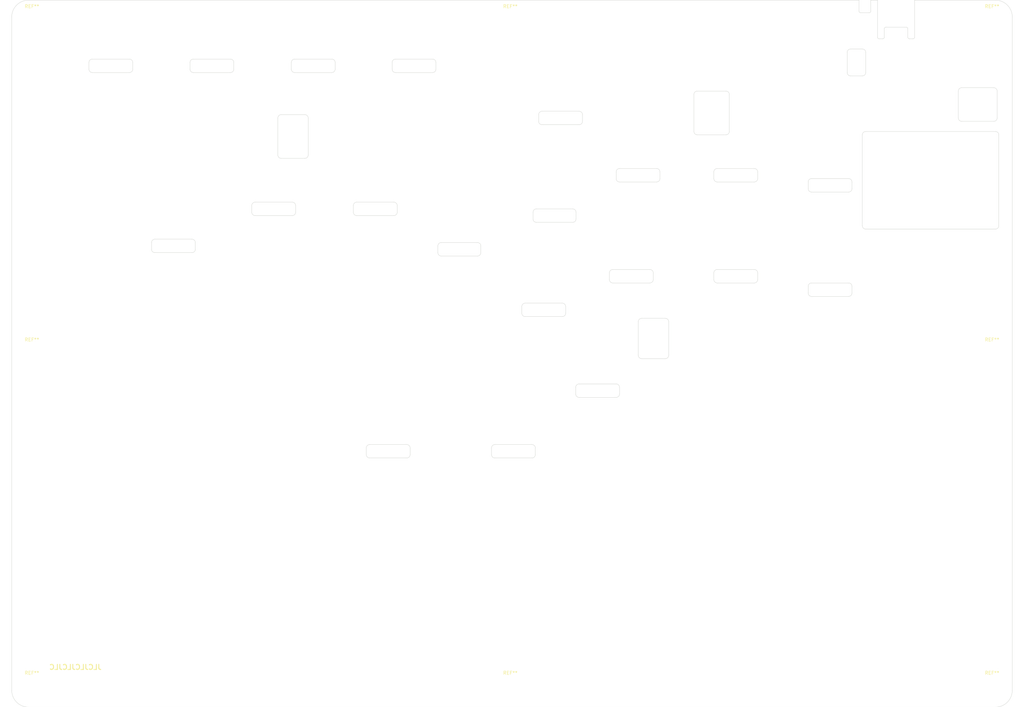
<source format=kicad_pcb>
(kicad_pcb (version 20241229) (generator "pcbnew") (generator_version "9.0")
  (layers (0 "F.Cu" signal) (2 "B.Cu" signal) (13 "F.Paste" user) (15 "B.Paste" user) (5 "F.SilkS" user "F.Silkscreen") (7 "B.SilkS" user "B.Silkscreen") (1 "F.Mask" user) (3 "B.Mask" user) (25 "Edge.Cuts" user))
  (net 0 "")
  (footprint "MountingHole:MountingHole_3.2mm_M3" (layer "F.Cu") (at 56 234)
    (property "Reference" "REF**" (at 0 -4.15 0) (layer "F.SilkS"))
    (property "Value" "MountingHole_3.2mm_M3")
    (pad "" np_thru_hole circle (at 0 0) (size 3.2 3.2) (drill 3.2) (layers "*.Cu" "*.Mask"))
  )
  (footprint "MountingHole:MountingHole_3.2mm_M3" (layer "F.Cu") (at 198 36)
    (property "Reference" "REF**" (at 0 -4.15 0) (layer "F.SilkS"))
    (property "Value" "MountingHole_3.2mm_M3")
    (pad "" np_thru_hole circle (at 0 0) (size 3.2 3.2) (drill 3.2) (layers "*.Cu" "*.Mask"))
  )
  (footprint "MountingHole:MountingHole_3.2mm_M3" (layer "F.Cu") (at 56 36)
    (property "Reference" "REF**" (at 0 -4.15 0) (layer "F.SilkS"))
    (property "Value" "MountingHole_3.2mm_M3")
    (pad "" np_thru_hole circle (at 0 0) (size 3.2 3.2) (drill 3.2) (layers "*.Cu" "*.Mask"))
  )
  (footprint "MountingHole:MountingHole_3.2mm_M3" (layer "F.Cu") (at 56 135)
    (property "Reference" "REF**" (at 0 -4.15 0) (layer "F.SilkS"))
    (property "Value" "MountingHole_3.2mm_M3")
    (pad "" np_thru_hole circle (at 0 0) (size 3.2 3.2) (drill 3.2) (layers "*.Cu" "*.Mask"))
  )
  (footprint "MountingHole:MountingHole_3.2mm_M3" (layer "F.Cu") (at 198 234)
    (property "Reference" "REF**" (at 0 -4.15 0) (layer "F.SilkS"))
    (property "Value" "MountingHole_3.2mm_M3")
    (pad "" np_thru_hole circle (at 0 0) (size 3.2 3.2) (drill 3.2) (layers "*.Cu" "*.Mask"))
  )
  (footprint "MountingHole:MountingHole_3.2mm_M3" (layer "F.Cu") (at 341 36)
    (property "Reference" "REF**" (at 0 -4.15 0) (layer "F.SilkS"))
    (property "Value" "MountingHole_3.2mm_M3")
    (pad "" np_thru_hole circle (at 0 0) (size 3.2 3.2) (drill 3.2) (layers "*.Cu" "*.Mask"))
  )
  (footprint "MountingHole:MountingHole_3.2mm_M3" (layer "F.Cu") (at 341 234)
    (property "Reference" "REF**" (at 0 -4.15 0) (layer "F.SilkS"))
    (property "Value" "MountingHole_3.2mm_M3")
    (pad "" np_thru_hole circle (at 0 0) (size 3.2 3.2) (drill 3.2) (layers "*.Cu" "*.Mask"))
  )
  (footprint "MountingHole:MountingHole_3.2mm_M3" (layer "F.Cu") (at 341 135)
    (property "Reference" "REF**" (at 0 -4.15 0) (layer "F.SilkS"))
    (property "Value" "MountingHole_3.2mm_M3")
    (pad "" np_thru_hole circle (at 0 0) (size 3.2 3.2) (drill 3.2) (layers "*.Cu" "*.Mask"))
  )
  (gr_arc (start 229.42 144) (mid 230.127107 144.292893) (end 230.42 145) (stroke (width 0.1)) (layer "Edge.Cuts"))
  (gr_line (start 301.5 30) (end 55 30) (stroke (width 0.1)) (layer "Edge.Cuts"))
  (gr_line (start 130 64) (end 137 64) (stroke (width 0.1)) (layer "Edge.Cuts"))
  (gr_line (start 214.42 121) (end 214.42 123) (stroke (width 0.1)) (layer "Edge.Cuts"))
  (gr_line (start 103.5 105) (end 92.5 105) (stroke (width 0.1)) (layer "Edge.Cuts"))
  (gr_arc (start 162.92 48.5) (mid 163.212893 47.792893) (end 163.92 47.5) (stroke (width 0.1)) (layer "Edge.Cuts"))
  (gr_arc (start 230.42 84) (mid 229.712893 83.707107) (end 229.42 83) (stroke (width 0.1)) (layer "Edge.Cuts"))
  (gr_line (start 167.26 166) (end 156.26 166) (stroke (width 0.1)) (layer "Edge.Cuts"))
  (gr_arc (start 217.5 95) (mid 217.207107 95.707107) (end 216.5 96) (stroke (width 0.1)) (layer "Edge.Cuts"))
  (gr_line (start 331 65) (end 331 57) (stroke (width 0.1)) (layer "Edge.Cuts"))
  (gr_arc (start 104.5 104) (mid 104.207107 104.707107) (end 103.5 105) (stroke (width 0.1)) (layer "Edge.Cuts"))
  (gr_arc (start 259.42 84) (mid 258.712893 83.707107) (end 258.42 83) (stroke (width 0.1)) (layer "Edge.Cuts"))
  (gr_line (start 204.42 166) (end 193.42 166) (stroke (width 0.1)) (layer "Edge.Cuts"))
  (gr_arc (start 130 77) (mid 129.292893 76.707107) (end 129 76) (stroke (width 0.1)) (layer "Edge.Cuts"))
  (gr_arc (start 252.5 58) (mid 252.792893 57.292893) (end 253.5 57) (stroke (width 0.1)) (layer "Edge.Cuts"))
  (gr_line (start 227.42 113) (end 227.42 111) (stroke (width 0.1)) (layer "Edge.Cuts"))
  (gr_line (start 91.5 104) (end 91.5 102) (stroke (width 0.1)) (layer "Edge.Cuts"))
  (gr_arc (start 227.42 111) (mid 227.712893 110.292893) (end 228.42 110) (stroke (width 0.1)) (layer "Edge.Cuts"))
  (gr_arc (start 152.42 94) (mid 151.712893 93.707107) (end 151.42 93) (stroke (width 0.1)) (layer "Edge.Cuts"))
  (gr_line (start 137 77) (end 130 77) (stroke (width 0.1)) (layer "Edge.Cuts"))
  (gr_arc (start 258.42 81) (mid 258.712893 80.292893) (end 259.42 80) (stroke (width 0.1)) (layer "Edge.Cuts"))
  (gr_line (start 84.92 51.5) (end 73.92 51.5) (stroke (width 0.1)) (layer "Edge.Cuts"))
  (gr_line (start 218.42 144) (end 229.42 144) (stroke (width 0.1)) (layer "Edge.Cuts"))
  (gr_arc (start 133 48.5) (mid 133.292893 47.792893) (end 134 47.5) (stroke (width 0.1)) (layer "Edge.Cuts"))
  (gr_line (start 174.92 51.5) (end 163.92 51.5) (stroke (width 0.1)) (layer "Edge.Cuts"))
  (gr_arc (start 205.75 96) (mid 205.042893 95.707107) (end 204.75 95) (stroke (width 0.1)) (layer "Edge.Cuts"))
  (gr_arc (start 271.42 113) (mid 271.127107 113.707107) (end 270.42 114) (stroke (width 0.1)) (layer "Edge.Cuts"))
  (gr_arc (start 332 66) (mid 331.292893 65.707107) (end 331 65) (stroke (width 0.1)) (layer "Edge.Cuts"))
  (gr_arc (start 228.42 114) (mid 227.712893 113.707107) (end 227.42 113) (stroke (width 0.1)) (layer "Edge.Cuts"))
  (gr_arc (start 229.42 81) (mid 229.712893 80.292893) (end 230.42 80) (stroke (width 0.1)) (layer "Edge.Cuts"))
  (gr_line (start 342 30) (end 318 30) (stroke (width 0.1)) (layer "Edge.Cuts"))
  (gr_arc (start 302 33.75) (mid 301.646447 33.603553) (end 301.5 33.25) (stroke (width 0.1)) (layer "Edge.Cuts"))
  (gr_arc (start 342 69) (mid 342.707107 69.292893) (end 343 70) (stroke (width 0.1)) (layer "Edge.Cuts"))
  (gr_line (start 138 65) (end 138 76) (stroke (width 0.1)) (layer "Edge.Cuts"))
  (gr_line (start 307 41) (end 307 30) (stroke (width 0.1)) (layer "Edge.Cuts"))
  (gr_line (start 201.42 123) (end 201.42 121) (stroke (width 0.1)) (layer "Edge.Cuts"))
  (gr_arc (start 341.5 56) (mid 342.207107 56.292893) (end 342.5 57) (stroke (width 0.1)) (layer "Edge.Cuts"))
  (gr_arc (start 73.92 51.5) (mid 73.212893 51.207107) (end 72.92 50.5) (stroke (width 0.1)) (layer "Edge.Cuts"))
  (gr_arc (start 176.5 103) (mid 176.792893 102.292893) (end 177.5 102) (stroke (width 0.1)) (layer "Edge.Cuts"))
  (gr_line (start 342 240) (end 55 240) (stroke (width 0.1)) (layer "Edge.Cuts"))
  (gr_arc (start 134 51.5) (mid 133.292893 51.207107) (end 133 50.5) (stroke (width 0.1)) (layer "Edge.Cuts"))
  (gr_line (start 347 235) (end 347 35) (stroke (width 0.1)) (layer "Edge.Cuts"))
  (gr_arc (start 103.92 51.5) (mid 103.212893 51.207107) (end 102.92 50.5) (stroke (width 0.1)) (layer "Edge.Cuts"))
  (gr_line (start 134 47.5) (end 145 47.5) (stroke (width 0.1)) (layer "Edge.Cuts"))
  (gr_line (start 114.92 51.5) (end 103.92 51.5) (stroke (width 0.1)) (layer "Edge.Cuts"))
  (gr_arc (start 299.42 86) (mid 299.127107 86.707107) (end 298.42 87) (stroke (width 0.1)) (layer "Edge.Cuts"))
  (gr_line (start 302.5 97) (end 302.5 70) (stroke (width 0.1)) (layer "Edge.Cuts"))
  (gr_arc (start 302.5 70) (mid 302.792893 69.292893) (end 303.5 69) (stroke (width 0.1)) (layer "Edge.Cuts"))
  (gr_line (start 72.92 50.5) (end 72.92 48.5) (stroke (width 0.1)) (layer "Edge.Cuts"))
  (gr_arc (start 204.75 93) (mid 205.042893 92.292893) (end 205.75 92) (stroke (width 0.1)) (layer "Edge.Cuts"))
  (gr_arc (start 298.42 83) (mid 299.127107 83.292893) (end 299.42 84) (stroke (width 0.1)) (layer "Edge.Cuts"))
  (gr_arc (start 242.42 83) (mid 242.127107 83.707107) (end 241.42 84) (stroke (width 0.1)) (layer "Edge.Cuts"))
  (gr_arc (start 236 125.5) (mid 236.292893 124.792893) (end 237 124.5) (stroke (width 0.1)) (layer "Edge.Cuts"))
  (gr_line (start 192.42 165) (end 192.42 163) (stroke (width 0.1)) (layer "Edge.Cuts"))
  (gr_arc (start 298.42 114) (mid 299.127107 114.292893) (end 299.42 115) (stroke (width 0.1)) (layer "Edge.Cuts"))
  (gr_arc (start 177.5 106) (mid 176.792893 105.707107) (end 176.5 105) (stroke (width 0.1)) (layer "Edge.Cuts"))
  (gr_line (start 271.42 111) (end 271.42 113) (stroke (width 0.1)) (layer "Edge.Cuts"))
  (gr_line (start 259.42 110) (end 270.42 110) (stroke (width 0.1)) (layer "Edge.Cuts"))
  (gr_arc (start 72.92 48.5) (mid 73.212893 47.792893) (end 73.92 47.5) (stroke (width 0.1)) (layer "Edge.Cuts"))
  (gr_line (start 298.42 118) (end 287.42 118) (stroke (width 0.1)) (layer "Edge.Cuts"))
  (gr_line (start 163.92 47.5) (end 174.92 47.5) (stroke (width 0.1)) (layer "Edge.Cuts"))
  (gr_line (start 217.42 147) (end 217.42 145) (stroke (width 0.1)) (layer "Edge.Cuts"))
  (gr_line (start 270.42 114) (end 259.42 114) (stroke (width 0.1)) (layer "Edge.Cuts"))
  (gr_arc (start 342 30) (mid 345.535534 31.464466) (end 347 35) (stroke (width 0.1)) (layer "Edge.Cuts"))
  (gr_line (start 122.26 90) (end 133.26 90) (stroke (width 0.1)) (layer "Edge.Cuts"))
  (gr_arc (start 151.42 91) (mid 151.712893 90.292893) (end 152.42 90) (stroke (width 0.1)) (layer "Edge.Cuts"))
  (gr_arc (start 121.26 91) (mid 121.552893 90.292893) (end 122.26 90) (stroke (width 0.1)) (layer "Edge.Cuts"))
  (gr_arc (start 253.5 70) (mid 252.792893 69.707107) (end 252.5 69) (stroke (width 0.1)) (layer "Edge.Cuts"))
  (gr_arc (start 286.42 84) (mid 286.712893 83.292893) (end 287.42 83) (stroke (width 0.1)) (layer "Edge.Cuts"))
  (gr_arc (start 271.42 83) (mid 271.127107 83.707107) (end 270.42 84) (stroke (width 0.1)) (layer "Edge.Cuts"))
  (gr_arc (start 134.26 93) (mid 133.967107 93.707107) (end 133.26 94) (stroke (width 0.1)) (layer "Edge.Cuts"))
  (gr_arc (start 299 52.5) (mid 298.292893 52.207107) (end 298 51.5) (stroke (width 0.1)) (layer "Edge.Cuts"))
  (gr_arc (start 92.5 105) (mid 91.792893 104.707107) (end 91.5 104) (stroke (width 0.1)) (layer "Edge.Cuts"))
  (gr_line (start 175.92 48.5) (end 175.92 50.5) (stroke (width 0.1)) (layer "Edge.Cuts"))
  (gr_arc (start 145 47.5) (mid 145.707107 47.792893) (end 146 48.5) (stroke (width 0.1)) (layer "Edge.Cuts"))
  (gr_arc (start 55 240) (mid 51.464466 238.535534) (end 50 235) (stroke (width 0.1)) (layer "Edge.Cuts"))
  (gr_line (start 176.5 105) (end 176.5 103) (stroke (width 0.1)) (layer "Edge.Cuts"))
  (gr_line (start 156.26 162) (end 167.26 162) (stroke (width 0.1)) (layer "Edge.Cuts"))
  (gr_arc (start 239.42 110) (mid 240.127107 110.292893) (end 240.42 111) (stroke (width 0.1)) (layer "Edge.Cuts"))
  (gr_arc (start 287.42 118) (mid 286.712893 117.707107) (end 286.42 117) (stroke (width 0.1)) (layer "Edge.Cuts"))
  (gr_line (start 263 58) (end 263 69) (stroke (width 0.1)) (layer "Edge.Cuts"))
  (gr_arc (start 262 57) (mid 262.707107 57.292893) (end 263 58) (stroke (width 0.1)) (layer "Edge.Cuts"))
  (gr_line (start 258.42 83) (end 258.42 81) (stroke (width 0.1)) (layer "Edge.Cuts"))
  (gr_arc (start 263 69) (mid 262.707107 69.707107) (end 262 70) (stroke (width 0.1)) (layer "Edge.Cuts"))
  (gr_arc (start 240.42 113) (mid 240.127107 113.707107) (end 239.42 114) (stroke (width 0.1)) (layer "Edge.Cuts"))
  (gr_arc (start 316.5 41.5) (mid 316.146447 41.353553) (end 316 41) (stroke (width 0.1)) (layer "Edge.Cuts"))
  (gr_line (start 308.5 41.5) (end 307.5 41.5) (stroke (width 0.1)) (layer "Edge.Cuts"))
  (gr_arc (start 192.42 163) (mid 192.712893 162.292893) (end 193.42 162) (stroke (width 0.1)) (layer "Edge.Cuts"))
  (gr_line (start 121.26 93) (end 121.26 91) (stroke (width 0.1)) (layer "Edge.Cuts"))
  (gr_line (start 259.42 80) (end 270.42 80) (stroke (width 0.1)) (layer "Edge.Cuts"))
  (gr_line (start 230.42 145) (end 230.42 147) (stroke (width 0.1)) (layer "Edge.Cuts"))
  (gr_line (start 229.42 148) (end 218.42 148) (stroke (width 0.1)) (layer "Edge.Cuts"))
  (gr_line (start 237 124.5) (end 244 124.5) (stroke (width 0.1)) (layer "Edge.Cuts"))
  (gr_arc (start 205.42 165) (mid 205.127107 165.707107) (end 204.42 166) (stroke (width 0.1)) (layer "Edge.Cuts"))
  (gr_line (start 287.42 114) (end 298.42 114) (stroke (width 0.1)) (layer "Edge.Cuts"))
  (gr_line (start 299.42 84) (end 299.42 86) (stroke (width 0.1)) (layer "Edge.Cuts"))
  (gr_line (start 342 98) (end 303.5 98) (stroke (width 0.1)) (layer "Edge.Cuts"))
  (gr_arc (start 298 45.5) (mid 298.292893 44.792893) (end 299 44.5) (stroke (width 0.1)) (layer "Edge.Cuts"))
  (gr_arc (start 204.42 162) (mid 205.127107 162.292893) (end 205.42 163) (stroke (width 0.1)) (layer "Edge.Cuts"))
  (gr_arc (start 230.42 147) (mid 230.127107 147.707107) (end 229.42 148) (stroke (width 0.1)) (layer "Edge.Cuts"))
  (gr_line (start 85.92 48.5) (end 85.92 50.5) (stroke (width 0.1)) (layer "Edge.Cuts"))
  (gr_line (start 304.5 33.75) (end 302 33.75) (stroke (width 0.1)) (layer "Edge.Cuts"))
  (gr_arc (start 129 65) (mid 129.292893 64.292893) (end 130 64) (stroke (width 0.1)) (layer "Edge.Cuts"))
  (gr_arc (start 50 35) (mid 51.464466 31.464466) (end 55 30) (stroke (width 0.1)) (layer "Edge.Cuts"))
  (gr_line (start 309 41) (end 309 38.5) (stroke (width 0.1)) (layer "Edge.Cuts"))
  (gr_arc (start 241.42 80) (mid 242.127107 80.292893) (end 242.42 81) (stroke (width 0.1)) (layer "Edge.Cuts"))
  (gr_arc (start 213.42 120) (mid 214.127107 120.292893) (end 214.42 121) (stroke (width 0.1)) (layer "Edge.Cuts"))
  (gr_arc (start 114.92 47.5) (mid 115.627107 47.792893) (end 115.92 48.5) (stroke (width 0.1)) (layer "Edge.Cuts"))
  (gr_line (start 343 70) (end 343 97) (stroke (width 0.1)) (layer "Edge.Cuts"))
  (gr_arc (start 122.26 94) (mid 121.552893 93.707107) (end 121.26 93) (stroke (width 0.1)) (layer "Edge.Cuts"))
  (gr_line (start 270.42 84) (end 259.42 84) (stroke (width 0.1)) (layer "Edge.Cuts"))
  (gr_line (start 332 56) (end 341.5 56) (stroke (width 0.1)) (layer "Edge.Cuts"))
  (gr_line (start 286.42 86) (end 286.42 84) (stroke (width 0.1)) (layer "Edge.Cuts"))
  (gr_arc (start 103.5 101) (mid 104.207107 101.292893) (end 104.5 102) (stroke (width 0.1)) (layer "Edge.Cuts"))
  (gr_line (start 236 135.5) (end 236 125.5) (stroke (width 0.1)) (layer "Edge.Cuts"))
  (gr_line (start 258.42 113) (end 258.42 111) (stroke (width 0.1)) (layer "Edge.Cuts"))
  (gr_line (start 230.42 80) (end 241.42 80) (stroke (width 0.1)) (layer "Edge.Cuts"))
  (gr_line (start 207.42 63) (end 218.42 63) (stroke (width 0.1)) (layer "Edge.Cuts"))
  (gr_arc (start 286.42 115) (mid 286.712893 114.292893) (end 287.42 114) (stroke (width 0.1)) (layer "Edge.Cuts"))
  (gr_line (start 286.42 117) (end 286.42 115) (stroke (width 0.1)) (layer "Edge.Cuts"))
  (gr_arc (start 331 57) (mid 331.292893 56.292893) (end 332 56) (stroke (width 0.1)) (layer "Edge.Cuts"))
  (gr_line (start 50 235) (end 50 35) (stroke (width 0.1)) (layer "Edge.Cuts"))
  (gr_arc (start 218.42 63) (mid 219.127107 63.292893) (end 219.42 64) (stroke (width 0.1)) (layer "Edge.Cuts"))
  (gr_line (start 102.92 50.5) (end 102.92 48.5) (stroke (width 0.1)) (layer "Edge.Cuts"))
  (gr_arc (start 302.5 44.5) (mid 303.207107 44.792893) (end 303.5 45.5) (stroke (width 0.1)) (layer "Edge.Cuts"))
  (gr_line (start 229.42 83) (end 229.42 81) (stroke (width 0.1)) (layer "Edge.Cuts"))
  (gr_line (start 342.5 57) (end 342.5 65) (stroke (width 0.1)) (layer "Edge.Cuts"))
  (gr_line (start 216.5 96) (end 205.75 96) (stroke (width 0.1)) (layer "Edge.Cuts"))
  (gr_line (start 103.92 47.5) (end 114.92 47.5) (stroke (width 0.1)) (layer "Edge.Cuts"))
  (gr_line (start 253.5 57) (end 262 57) (stroke (width 0.1)) (layer "Edge.Cuts"))
  (gr_line (start 134.26 91) (end 134.26 93) (stroke (width 0.1)) (layer "Edge.Cuts"))
  (gr_arc (start 188.25 102) (mid 188.957107 102.292893) (end 189.25 103) (stroke (width 0.1)) (layer "Edge.Cuts"))
  (gr_line (start 217.5 93) (end 217.5 95) (stroke (width 0.1)) (layer "Edge.Cuts"))
  (gr_line (start 155.26 165) (end 155.26 163) (stroke (width 0.1)) (layer "Edge.Cuts"))
  (gr_arc (start 189.25 105) (mid 188.957107 105.707107) (end 188.25 106) (stroke (width 0.1)) (layer "Edge.Cuts"))
  (gr_line (start 188.25 106) (end 177.5 106) (stroke (width 0.1)) (layer "Edge.Cuts"))
  (gr_line (start 168.26 163) (end 168.26 165) (stroke (width 0.1)) (layer "Edge.Cuts"))
  (gr_line (start 205.42 163) (end 205.42 165) (stroke (width 0.1)) (layer "Edge.Cuts"))
  (gr_arc (start 174.92 47.5) (mid 175.627107 47.792893) (end 175.92 48.5) (stroke (width 0.1)) (layer "Edge.Cuts"))
  (gr_line (start 204.75 95) (end 204.75 93) (stroke (width 0.1)) (layer "Edge.Cuts"))
  (gr_line (start 104.5 102) (end 104.5 104) (stroke (width 0.1)) (layer "Edge.Cuts"))
  (gr_line (start 213.42 124) (end 202.42 124) (stroke (width 0.1)) (layer "Edge.Cuts"))
  (gr_arc (start 343 97) (mid 342.707107 97.707107) (end 342 98) (stroke (width 0.1)) (layer "Edge.Cuts"))
  (gr_arc (start 244 124.5) (mid 244.707107 124.792893) (end 245 125.5) (stroke (width 0.1)) (layer "Edge.Cuts"))
  (gr_line (start 252.5 69) (end 252.5 58) (stroke (width 0.1)) (layer "Edge.Cuts"))
  (gr_line (start 219.42 64) (end 219.42 66) (stroke (width 0.1)) (layer "Edge.Cuts"))
  (gr_arc (start 303.5 51.5) (mid 303.207107 52.207107) (end 302.5 52.5) (stroke (width 0.1)) (layer "Edge.Cuts"))
  (gr_arc (start 347 235) (mid 345.535534 238.535534) (end 342 240) (stroke (width 0.1)) (layer "Edge.Cuts"))
  (gr_arc (start 168.26 165) (mid 167.967107 165.707107) (end 167.26 166) (stroke (width 0.1)) (layer "Edge.Cuts"))
  (gr_line (start 301.5 33.25) (end 301.5 30) (stroke (width 0.1)) (layer "Edge.Cuts"))
  (gr_line (start 298 51.5) (end 298 45.5) (stroke (width 0.1)) (layer "Edge.Cuts"))
  (gr_arc (start 91.5 102) (mid 91.792893 101.292893) (end 92.5 101) (stroke (width 0.1)) (layer "Edge.Cuts"))
  (gr_line (start 193.42 162) (end 204.42 162) (stroke (width 0.1)) (layer "Edge.Cuts"))
  (gr_arc (start 216.5 92) (mid 217.207107 92.292893) (end 217.5 93) (stroke (width 0.1)) (layer "Edge.Cuts"))
  (gr_line (start 316 41) (end 316 38.5) (stroke (width 0.1)) (layer "Edge.Cuts"))
  (gr_arc (start 193.42 166) (mid 192.712893 165.707107) (end 192.42 165) (stroke (width 0.1)) (layer "Edge.Cuts"))
  (gr_line (start 298.42 87) (end 287.42 87) (stroke (width 0.1)) (layer "Edge.Cuts"))
  (gr_arc (start 138 76) (mid 137.707107 76.707107) (end 137 77) (stroke (width 0.1)) (layer "Edge.Cuts"))
  (gr_arc (start 303.5 98) (mid 302.792893 97.707107) (end 302.5 97) (stroke (width 0.1)) (layer "Edge.Cuts"))
  (gr_line (start 287.42 83) (end 298.42 83) (stroke (width 0.1)) (layer "Edge.Cuts"))
  (gr_line (start 162.92 50.5) (end 162.92 48.5) (stroke (width 0.1)) (layer "Edge.Cuts"))
  (gr_line (start 245 125.5) (end 245 135.5) (stroke (width 0.1)) (layer "Edge.Cuts"))
  (gr_arc (start 175.92 50.5) (mid 175.627107 51.207107) (end 174.92 51.5) (stroke (width 0.1)) (layer "Edge.Cuts"))
  (gr_line (start 307 30) (end 305 30) (stroke (width 0.1)) (layer "Edge.Cuts"))
  (gr_arc (start 146 50.5) (mid 145.707107 51.207107) (end 145 51.5) (stroke (width 0.1)) (layer "Edge.Cuts"))
  (gr_line (start 133 50.5) (end 133 48.5) (stroke (width 0.1)) (layer "Edge.Cuts"))
  (gr_arc (start 309 41) (mid 308.853553 41.353553) (end 308.5 41.5) (stroke (width 0.1)) (layer "Edge.Cuts"))
  (gr_arc (start 201.42 121) (mid 201.712893 120.292893) (end 202.42 120) (stroke (width 0.1)) (layer "Edge.Cuts"))
  (gr_line (start 115.92 48.5) (end 115.92 50.5) (stroke (width 0.1)) (layer "Edge.Cuts"))
  (gr_arc (start 115.92 50.5) (mid 115.627107 51.207107) (end 114.92 51.5) (stroke (width 0.1)) (layer "Edge.Cuts"))
  (gr_line (start 151.42 93) (end 151.42 91) (stroke (width 0.1)) (layer "Edge.Cuts"))
  (gr_arc (start 163.42 90) (mid 164.127107 90.292893) (end 164.42 91) (stroke (width 0.1)) (layer "Edge.Cuts"))
  (gr_arc (start 207.42 67) (mid 206.712893 66.707107) (end 206.42 66) (stroke (width 0.1)) (layer "Edge.Cuts"))
  (gr_line (start 239.42 114) (end 228.42 114) (stroke (width 0.1)) (layer "Edge.Cuts"))
  (gr_arc (start 218.42 148) (mid 217.712893 147.707107) (end 217.42 147) (stroke (width 0.1)) (layer "Edge.Cuts"))
  (gr_line (start 318 41) (end 318 30) (stroke (width 0.1)) (layer "Edge.Cuts"))
  (gr_line (start 202.42 120) (end 213.42 120) (stroke (width 0.1)) (layer "Edge.Cuts"))
  (gr_arc (start 206.42 64) (mid 206.712893 63.292893) (end 207.42 63) (stroke (width 0.1)) (layer "Edge.Cuts"))
  (gr_arc (start 85.92 50.5) (mid 85.627107 51.207107) (end 84.92 51.5) (stroke (width 0.1)) (layer "Edge.Cuts"))
  (gr_line (start 305 33.25) (end 305 30) (stroke (width 0.1)) (layer "Edge.Cuts"))
  (gr_arc (start 84.92 47.5) (mid 85.627107 47.792893) (end 85.92 48.5) (stroke (width 0.1)) (layer "Edge.Cuts"))
  (gr_line (start 73.92 47.5) (end 84.92 47.5) (stroke (width 0.1)) (layer "Edge.Cuts"))
  (gr_arc (start 102.92 48.5) (mid 103.212893 47.792893) (end 103.92 47.5) (stroke (width 0.1)) (layer "Edge.Cuts"))
  (gr_arc (start 342.5 65) (mid 342.207107 65.707107) (end 341.5 66) (stroke (width 0.1)) (layer "Edge.Cuts"))
  (gr_line (start 152.42 90) (end 163.42 90) (stroke (width 0.1)) (layer "Edge.Cuts"))
  (gr_arc (start 245 135.5) (mid 244.707107 136.207107) (end 244 136.5) (stroke (width 0.1)) (layer "Edge.Cuts"))
  (gr_arc (start 287.42 87) (mid 286.712893 86.707107) (end 286.42 86) (stroke (width 0.1)) (layer "Edge.Cuts"))
  (gr_arc (start 167.26 162) (mid 167.967107 162.292893) (end 168.26 163) (stroke (width 0.1)) (layer "Edge.Cuts"))
  (gr_arc (start 259.42 114) (mid 258.712893 113.707107) (end 258.42 113) (stroke (width 0.1)) (layer "Edge.Cuts"))
  (gr_arc (start 217.42 145) (mid 217.712893 144.292893) (end 218.42 144) (stroke (width 0.1)) (layer "Edge.Cuts"))
  (gr_line (start 228.42 110) (end 239.42 110) (stroke (width 0.1)) (layer "Edge.Cuts"))
  (gr_line (start 206.42 66) (end 206.42 64) (stroke (width 0.1)) (layer "Edge.Cuts"))
  (gr_arc (start 156.26 166) (mid 155.552893 165.707107) (end 155.26 165) (stroke (width 0.1)) (layer "Edge.Cuts"))
  (gr_line (start 240.42 111) (end 240.42 113) (stroke (width 0.1)) (layer "Edge.Cuts"))
  (gr_line (start 163.42 94) (end 152.42 94) (stroke (width 0.1)) (layer "Edge.Cuts"))
  (gr_line (start 146 48.5) (end 146 50.5) (stroke (width 0.1)) (layer "Edge.Cuts"))
  (gr_line (start 177.5 102) (end 188.25 102) (stroke (width 0.1)) (layer "Edge.Cuts"))
  (gr_line (start 241.42 84) (end 230.42 84) (stroke (width 0.1)) (layer "Edge.Cuts"))
  (gr_line (start 303.5 45.5) (end 303.5 51.5) (stroke (width 0.1)) (layer "Edge.Cuts"))
  (gr_arc (start 137 64) (mid 137.707107 64.292893) (end 138 65) (stroke (width 0.1)) (layer "Edge.Cuts"))
  (gr_line (start 299.42 115) (end 299.42 117) (stroke (width 0.1)) (layer "Edge.Cuts"))
  (gr_line (start 262 70) (end 253.5 70) (stroke (width 0.1)) (layer "Edge.Cuts"))
  (gr_line (start 205.75 92) (end 216.5 92) (stroke (width 0.1)) (layer "Edge.Cuts"))
  (gr_arc (start 214.42 123) (mid 214.127107 123.707107) (end 213.42 124) (stroke (width 0.1)) (layer "Edge.Cuts"))
  (gr_line (start 299 44.5) (end 302.5 44.5) (stroke (width 0.1)) (layer "Edge.Cuts"))
  (gr_arc (start 307.5 41.5) (mid 307.146447 41.353553) (end 307 41) (stroke (width 0.1)) (layer "Edge.Cuts"))
  (gr_arc (start 315.5 38) (mid 315.853553 38.146447) (end 316 38.5) (stroke (width 0.1)) (layer "Edge.Cuts"))
  (gr_line (start 189.25 103) (end 189.25 105) (stroke (width 0.1)) (layer "Edge.Cuts"))
  (gr_arc (start 163.92 51.5) (mid 163.212893 51.207107) (end 162.92 50.5) (stroke (width 0.1)) (layer "Edge.Cuts"))
  (gr_line (start 145 51.5) (end 134 51.5) (stroke (width 0.1)) (layer "Edge.Cuts"))
  (gr_arc (start 164.42 93) (mid 164.127107 93.707107) (end 163.42 94) (stroke (width 0.1)) (layer "Edge.Cuts"))
  (gr_arc (start 133.26 90) (mid 133.967107 90.292893) (end 134.26 91) (stroke (width 0.1)) (layer "Edge.Cuts"))
  (gr_arc (start 219.42 66) (mid 219.127107 66.707107) (end 218.42 67) (stroke (width 0.1)) (layer "Edge.Cuts"))
  (gr_line (start 242.42 81) (end 242.42 83) (stroke (width 0.1)) (layer "Edge.Cuts"))
  (gr_line (start 315.5 38) (end 309.5 38) (stroke (width 0.1)) (layer "Edge.Cuts"))
  (gr_arc (start 299.42 117) (mid 299.127107 117.707107) (end 298.42 118) (stroke (width 0.1)) (layer "Edge.Cuts"))
  (gr_arc (start 305 33.25) (mid 304.853553 33.603553) (end 304.5 33.75) (stroke (width 0.1)) (layer "Edge.Cuts"))
  (gr_arc (start 155.26 163) (mid 155.552893 162.292893) (end 156.26 162) (stroke (width 0.1)) (layer "Edge.Cuts"))
  (gr_line (start 302.5 52.5) (end 299 52.5) (stroke (width 0.1)) (layer "Edge.Cuts"))
  (gr_line (start 92.5 101) (end 103.5 101) (stroke (width 0.1)) (layer "Edge.Cuts"))
  (gr_arc (start 270.42 110) (mid 271.127107 110.292893) (end 271.42 111) (stroke (width 0.1)) (layer "Edge.Cuts"))
  (gr_line (start 129 76) (end 129 65) (stroke (width 0.1)) (layer "Edge.Cuts"))
  (gr_arc (start 270.42 80) (mid 271.127107 80.292893) (end 271.42 81) (stroke (width 0.1)) (layer "Edge.Cuts"))
  (gr_line (start 271.42 81) (end 271.42 83) (stroke (width 0.1)) (layer "Edge.Cuts"))
  (gr_line (start 164.42 91) (end 164.42 93) (stroke (width 0.1)) (layer "Edge.Cuts"))
  (gr_arc (start 309 38.5) (mid 309.146447 38.146447) (end 309.5 38) (stroke (width 0.1)) (layer "Edge.Cuts"))
  (gr_line (start 303.5 69) (end 342 69) (stroke (width 0.1)) (layer "Edge.Cuts"))
  (gr_arc (start 237 136.5) (mid 236.292893 136.207107) (end 236 135.5) (stroke (width 0.1)) (layer "Edge.Cuts"))
  (gr_arc (start 202.42 124) (mid 201.712893 123.707107) (end 201.42 123) (stroke (width 0.1)) (layer "Edge.Cuts"))
  (gr_line (start 244 136.5) (end 237 136.5) (stroke (width 0.1)) (layer "Edge.Cuts"))
  (gr_line (start 317.5 41.5) (end 316.5 41.5) (stroke (width 0.1)) (layer "Edge.Cuts"))
  (gr_line (start 218.42 67) (end 207.42 67) (stroke (width 0.1)) (layer "Edge.Cuts"))
  (gr_arc (start 258.42 111) (mid 258.712893 110.292893) (end 259.42 110) (stroke (width 0.1)) (layer "Edge.Cuts"))
  (gr_arc (start 318 41) (mid 317.853553 41.353553) (end 317.5 41.5) (stroke (width 0.1)) (layer "Edge.Cuts"))
  (gr_line (start 341.5 66) (end 332 66) (stroke (width 0.1)) (layer "Edge.Cuts"))
  (gr_line (start 133.26 94) (end 122.26 94) (stroke (width 0.1)) (layer "Edge.Cuts"))
  (gr_text "JLCJLCJLCJLC" (at 61 229 0) (layer "F.SilkS") (effects (font (size 1.5 1.5) (thickness 0.3) (bold yes)) (justify right bottom mirror)))
)
</source>
